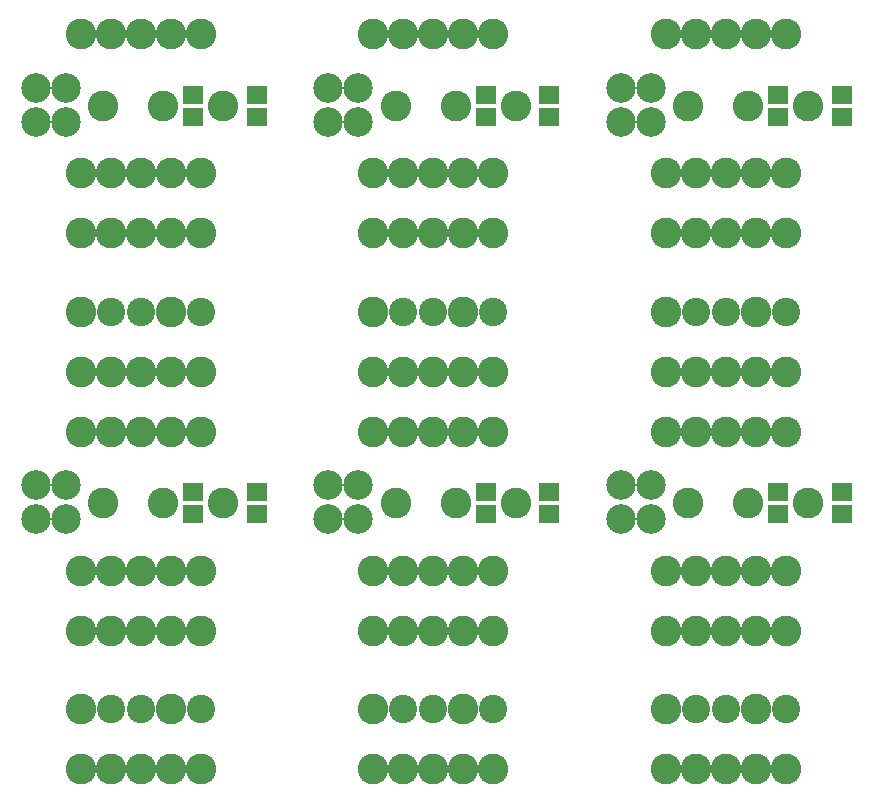
<source format=gbr>
%FSLAX34Y34*%
%MOMM*%
%LNSOLDERMASK_TOP*%
G71*
G01*
%ADD10C, 2.600*%
%ADD11C, 2.400*%
%ADD12C, 2.500*%
%ADD13C, 2.600*%
%ADD14R, 1.800X1.500*%
%LPD*%
X85725Y-34925D02*
G54D10*
D03*
X111125Y-34925D02*
G54D10*
D03*
X136525Y-34925D02*
G54D10*
D03*
X161925Y-34925D02*
G54D10*
D03*
X187325Y-34925D02*
G54D10*
D03*
X85725Y-152400D02*
G54D10*
D03*
X111125Y-152400D02*
G54D10*
D03*
X136525Y-152400D02*
G54D10*
D03*
X161925Y-152400D02*
G54D10*
D03*
X187325Y-152400D02*
G54D10*
D03*
X85725Y-203200D02*
G54D10*
D03*
X111125Y-203200D02*
G54D10*
D03*
X136525Y-203200D02*
G54D10*
D03*
X161925Y-203200D02*
G54D10*
D03*
X187325Y-203200D02*
G54D10*
D03*
X85725Y-320675D02*
G54D10*
D03*
X111125Y-320675D02*
G54D10*
D03*
X136525Y-320675D02*
G54D10*
D03*
X161925Y-320675D02*
G54D10*
D03*
X187325Y-320675D02*
G54D10*
D03*
X85725Y-269875D02*
G54D11*
D03*
X111125Y-269875D02*
G54D11*
D03*
X136525Y-269875D02*
G54D11*
D03*
X161925Y-269875D02*
G54D11*
D03*
X187325Y-269875D02*
G54D11*
D03*
X47620Y-80030D02*
G54D12*
D03*
X73020Y-80030D02*
G54D12*
D03*
X73019Y-108605D02*
G54D12*
D03*
X47620Y-108605D02*
G54D12*
D03*
X104775Y-95250D02*
G54D13*
D03*
X155575Y-95250D02*
G54D13*
D03*
X206375Y-95250D02*
G54D13*
D03*
X136525Y-34925D02*
G54D10*
D03*
X85725Y-269875D02*
G54D13*
D03*
X136525Y-203200D02*
G54D13*
D03*
X161925Y-269875D02*
G54D13*
D03*
X161925Y-34925D02*
G54D10*
D03*
X180950Y-85750D02*
G54D14*
D03*
X180950Y-104750D02*
G54D14*
D03*
X234925Y-85750D02*
G54D14*
D03*
X234925Y-104750D02*
G54D14*
D03*
X85725Y-320675D02*
G54D10*
D03*
X187325Y-320675D02*
G54D10*
D03*
X187325Y-152400D02*
G54D10*
D03*
X85725Y-152400D02*
G54D10*
D03*
X333375Y-34925D02*
G54D10*
D03*
X358775Y-34925D02*
G54D10*
D03*
X384175Y-34925D02*
G54D10*
D03*
X409575Y-34925D02*
G54D10*
D03*
X434975Y-34925D02*
G54D10*
D03*
X333375Y-152400D02*
G54D10*
D03*
X358775Y-152400D02*
G54D10*
D03*
X384175Y-152400D02*
G54D10*
D03*
X409575Y-152400D02*
G54D10*
D03*
X434975Y-152400D02*
G54D10*
D03*
X333375Y-203200D02*
G54D10*
D03*
X358775Y-203200D02*
G54D10*
D03*
X384175Y-203200D02*
G54D10*
D03*
X409575Y-203200D02*
G54D10*
D03*
X434975Y-203200D02*
G54D10*
D03*
X333375Y-320675D02*
G54D10*
D03*
X358775Y-320675D02*
G54D10*
D03*
X384175Y-320675D02*
G54D10*
D03*
X409575Y-320675D02*
G54D10*
D03*
X434975Y-320675D02*
G54D10*
D03*
X333375Y-269875D02*
G54D11*
D03*
X358775Y-269875D02*
G54D11*
D03*
X384175Y-269875D02*
G54D11*
D03*
X409575Y-269875D02*
G54D11*
D03*
X434975Y-269875D02*
G54D11*
D03*
X295270Y-80030D02*
G54D12*
D03*
X320670Y-80030D02*
G54D12*
D03*
X320669Y-108605D02*
G54D12*
D03*
X295270Y-108605D02*
G54D12*
D03*
X352425Y-95250D02*
G54D13*
D03*
X403225Y-95250D02*
G54D13*
D03*
X454025Y-95250D02*
G54D13*
D03*
X384175Y-34925D02*
G54D10*
D03*
X333375Y-269875D02*
G54D13*
D03*
X384175Y-203200D02*
G54D13*
D03*
X409575Y-269875D02*
G54D13*
D03*
X409575Y-34925D02*
G54D10*
D03*
X428600Y-85750D02*
G54D14*
D03*
X428600Y-104750D02*
G54D14*
D03*
X482575Y-85750D02*
G54D14*
D03*
X482575Y-104750D02*
G54D14*
D03*
X333375Y-320675D02*
G54D10*
D03*
X434975Y-320675D02*
G54D10*
D03*
X434975Y-152400D02*
G54D10*
D03*
X333375Y-152400D02*
G54D10*
D03*
X581025Y-34925D02*
G54D10*
D03*
X606425Y-34925D02*
G54D10*
D03*
X631825Y-34925D02*
G54D10*
D03*
X657225Y-34925D02*
G54D10*
D03*
X682625Y-34925D02*
G54D10*
D03*
X581025Y-152400D02*
G54D10*
D03*
X606425Y-152400D02*
G54D10*
D03*
X631825Y-152400D02*
G54D10*
D03*
X657225Y-152400D02*
G54D10*
D03*
X682625Y-152400D02*
G54D10*
D03*
X581025Y-203200D02*
G54D10*
D03*
X606425Y-203200D02*
G54D10*
D03*
X631825Y-203200D02*
G54D10*
D03*
X657225Y-203200D02*
G54D10*
D03*
X682625Y-203200D02*
G54D10*
D03*
X581025Y-320675D02*
G54D10*
D03*
X606425Y-320675D02*
G54D10*
D03*
X631825Y-320675D02*
G54D10*
D03*
X657225Y-320675D02*
G54D10*
D03*
X682625Y-320675D02*
G54D10*
D03*
X581025Y-269875D02*
G54D11*
D03*
X606425Y-269875D02*
G54D11*
D03*
X631825Y-269875D02*
G54D11*
D03*
X657225Y-269875D02*
G54D11*
D03*
X682625Y-269875D02*
G54D11*
D03*
X542920Y-80030D02*
G54D12*
D03*
X568320Y-80030D02*
G54D12*
D03*
X568319Y-108605D02*
G54D12*
D03*
X542920Y-108605D02*
G54D12*
D03*
X600075Y-95250D02*
G54D13*
D03*
X650875Y-95250D02*
G54D13*
D03*
X701675Y-95250D02*
G54D13*
D03*
X631825Y-34925D02*
G54D10*
D03*
X581025Y-269875D02*
G54D13*
D03*
X631825Y-203200D02*
G54D13*
D03*
X657225Y-269875D02*
G54D13*
D03*
X657225Y-34925D02*
G54D10*
D03*
X676250Y-85750D02*
G54D14*
D03*
X676250Y-104750D02*
G54D14*
D03*
X730225Y-85750D02*
G54D14*
D03*
X730225Y-104750D02*
G54D14*
D03*
X581025Y-320675D02*
G54D10*
D03*
X682625Y-320675D02*
G54D10*
D03*
X682625Y-152400D02*
G54D10*
D03*
X581025Y-152400D02*
G54D10*
D03*
X85725Y-371475D02*
G54D10*
D03*
X111125Y-371475D02*
G54D10*
D03*
X136525Y-371475D02*
G54D10*
D03*
X161925Y-371475D02*
G54D10*
D03*
X187325Y-371475D02*
G54D10*
D03*
X85725Y-488950D02*
G54D10*
D03*
X111125Y-488950D02*
G54D10*
D03*
X136525Y-488950D02*
G54D10*
D03*
X161925Y-488950D02*
G54D10*
D03*
X187325Y-488950D02*
G54D10*
D03*
X85725Y-539750D02*
G54D10*
D03*
X111125Y-539750D02*
G54D10*
D03*
X136525Y-539750D02*
G54D10*
D03*
X161925Y-539750D02*
G54D10*
D03*
X187325Y-539750D02*
G54D10*
D03*
X85725Y-657225D02*
G54D10*
D03*
X111125Y-657225D02*
G54D10*
D03*
X136525Y-657225D02*
G54D10*
D03*
X161925Y-657225D02*
G54D10*
D03*
X187325Y-657225D02*
G54D10*
D03*
X85725Y-606425D02*
G54D11*
D03*
X111125Y-606425D02*
G54D11*
D03*
X136525Y-606425D02*
G54D11*
D03*
X161925Y-606425D02*
G54D11*
D03*
X187325Y-606425D02*
G54D11*
D03*
X47620Y-416580D02*
G54D12*
D03*
X73020Y-416580D02*
G54D12*
D03*
X73019Y-445155D02*
G54D12*
D03*
X47620Y-445155D02*
G54D12*
D03*
X104775Y-431800D02*
G54D13*
D03*
X155575Y-431800D02*
G54D13*
D03*
X206375Y-431800D02*
G54D13*
D03*
X136525Y-371475D02*
G54D10*
D03*
X85725Y-606425D02*
G54D13*
D03*
X136525Y-539750D02*
G54D13*
D03*
X161925Y-606425D02*
G54D13*
D03*
X161925Y-371475D02*
G54D10*
D03*
X180950Y-422300D02*
G54D14*
D03*
X180950Y-441300D02*
G54D14*
D03*
X234925Y-422300D02*
G54D14*
D03*
X234925Y-441300D02*
G54D14*
D03*
X85725Y-657225D02*
G54D10*
D03*
X187325Y-657225D02*
G54D10*
D03*
X187325Y-488950D02*
G54D10*
D03*
X85725Y-488950D02*
G54D10*
D03*
X333375Y-371475D02*
G54D10*
D03*
X358775Y-371475D02*
G54D10*
D03*
X384175Y-371475D02*
G54D10*
D03*
X409575Y-371475D02*
G54D10*
D03*
X434975Y-371475D02*
G54D10*
D03*
X333375Y-488950D02*
G54D10*
D03*
X358775Y-488950D02*
G54D10*
D03*
X384175Y-488950D02*
G54D10*
D03*
X409575Y-488950D02*
G54D10*
D03*
X434975Y-488950D02*
G54D10*
D03*
X333375Y-539750D02*
G54D10*
D03*
X358775Y-539750D02*
G54D10*
D03*
X384175Y-539750D02*
G54D10*
D03*
X409575Y-539750D02*
G54D10*
D03*
X434975Y-539750D02*
G54D10*
D03*
X333375Y-657225D02*
G54D10*
D03*
X358775Y-657225D02*
G54D10*
D03*
X384175Y-657225D02*
G54D10*
D03*
X409575Y-657225D02*
G54D10*
D03*
X434975Y-657225D02*
G54D10*
D03*
X333375Y-606425D02*
G54D11*
D03*
X358775Y-606425D02*
G54D11*
D03*
X384175Y-606425D02*
G54D11*
D03*
X409575Y-606425D02*
G54D11*
D03*
X434975Y-606425D02*
G54D11*
D03*
X295270Y-416580D02*
G54D12*
D03*
X320670Y-416580D02*
G54D12*
D03*
X320669Y-445155D02*
G54D12*
D03*
X295270Y-445155D02*
G54D12*
D03*
X352425Y-431800D02*
G54D13*
D03*
X403225Y-431800D02*
G54D13*
D03*
X454025Y-431800D02*
G54D13*
D03*
X384175Y-371475D02*
G54D10*
D03*
X333375Y-606425D02*
G54D13*
D03*
X384175Y-539750D02*
G54D13*
D03*
X409575Y-606425D02*
G54D13*
D03*
X409575Y-371475D02*
G54D10*
D03*
X428600Y-422300D02*
G54D14*
D03*
X428600Y-441300D02*
G54D14*
D03*
X482575Y-422300D02*
G54D14*
D03*
X482575Y-441300D02*
G54D14*
D03*
X333375Y-657225D02*
G54D10*
D03*
X434975Y-657225D02*
G54D10*
D03*
X434975Y-488950D02*
G54D10*
D03*
X333375Y-488950D02*
G54D10*
D03*
X581025Y-371475D02*
G54D10*
D03*
X606425Y-371475D02*
G54D10*
D03*
X631825Y-371475D02*
G54D10*
D03*
X657225Y-371475D02*
G54D10*
D03*
X682625Y-371475D02*
G54D10*
D03*
X581025Y-488950D02*
G54D10*
D03*
X606425Y-488950D02*
G54D10*
D03*
X631825Y-488950D02*
G54D10*
D03*
X657225Y-488950D02*
G54D10*
D03*
X682625Y-488950D02*
G54D10*
D03*
X581025Y-539750D02*
G54D10*
D03*
X606425Y-539750D02*
G54D10*
D03*
X631825Y-539750D02*
G54D10*
D03*
X657225Y-539750D02*
G54D10*
D03*
X682625Y-539750D02*
G54D10*
D03*
X581025Y-657225D02*
G54D10*
D03*
X606425Y-657225D02*
G54D10*
D03*
X631825Y-657225D02*
G54D10*
D03*
X657225Y-657225D02*
G54D10*
D03*
X682625Y-657225D02*
G54D10*
D03*
X581025Y-606425D02*
G54D11*
D03*
X606425Y-606425D02*
G54D11*
D03*
X631825Y-606425D02*
G54D11*
D03*
X657225Y-606425D02*
G54D11*
D03*
X682625Y-606425D02*
G54D11*
D03*
X542920Y-416580D02*
G54D12*
D03*
X568320Y-416580D02*
G54D12*
D03*
X568319Y-445155D02*
G54D12*
D03*
X542920Y-445155D02*
G54D12*
D03*
X600075Y-431800D02*
G54D13*
D03*
X650875Y-431800D02*
G54D13*
D03*
X701675Y-431800D02*
G54D13*
D03*
X631825Y-371475D02*
G54D10*
D03*
X581025Y-606425D02*
G54D13*
D03*
X631825Y-539750D02*
G54D13*
D03*
X657225Y-606425D02*
G54D13*
D03*
X657225Y-371475D02*
G54D10*
D03*
X676250Y-422300D02*
G54D14*
D03*
X676250Y-441300D02*
G54D14*
D03*
X730225Y-422300D02*
G54D14*
D03*
X730225Y-441300D02*
G54D14*
D03*
X581025Y-657225D02*
G54D10*
D03*
X682625Y-657225D02*
G54D10*
D03*
X682625Y-488950D02*
G54D10*
D03*
X581025Y-488950D02*
G54D10*
D03*
M02*

</source>
